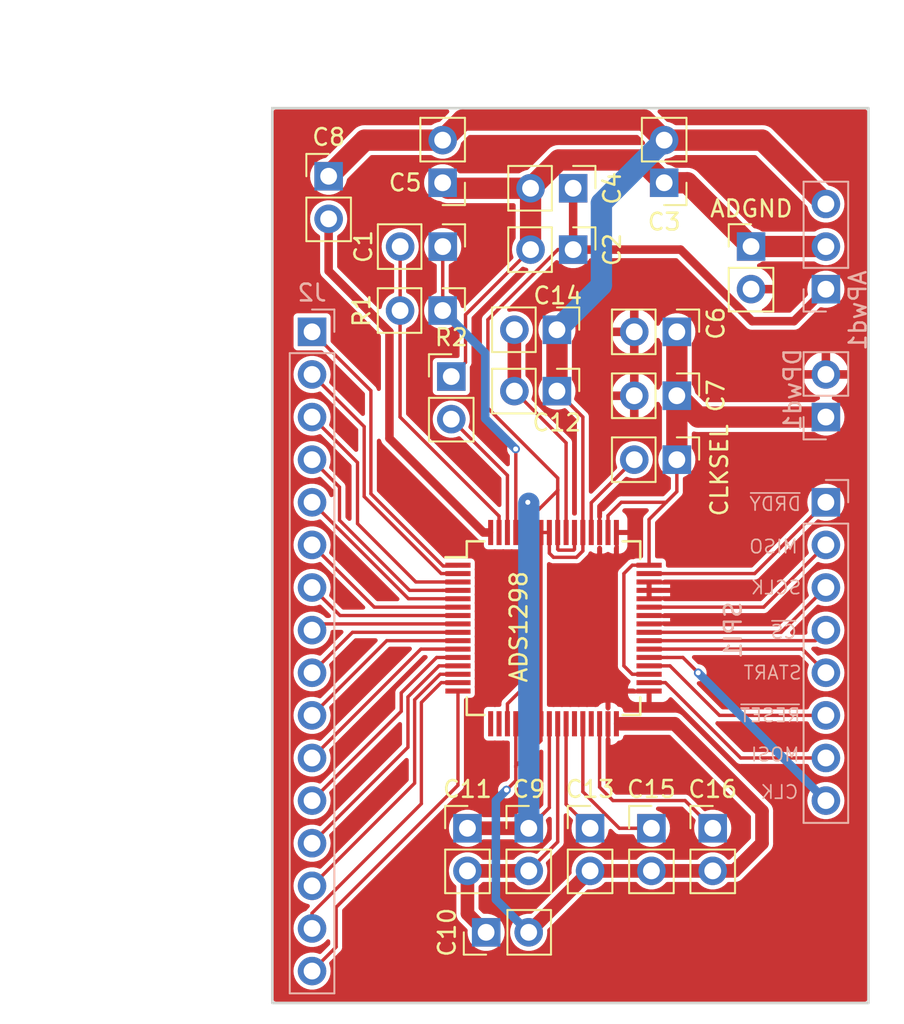
<source format=kicad_pcb>
(kicad_pcb (version 20221018) (generator pcbnew)
  (layers (0 "F.Cu" signal) (31 "B.Cu" signal) (34 "B.Paste" user) (35 "F.Paste" user) (36 "B.SilkS" user "B.Silkscreen") (37 "F.SilkS" user "F.Silkscreen") (38 "B.Mask" user) (39 "F.Mask" user) (44 "Edge.Cuts" user))
  (net 0 "")
  (net 1 "/IN8N")
  (net 2 "/IN8P")
  (net 3 "/IN7N")
  (net 4 "/IN7P")
  (net 5 "/IN6N")
  (net 6 "/IN6P")
  (net 7 "/IN5N")
  (net 8 "/IN5P")
  (net 9 "/IN4N")
  (net 10 "/IN4P")
  (net 11 "/IN3N")
  (net 12 "/IN3P")
  (net 13 "/IN2N")
  (net 14 "/IN2P")
  (net 15 "/IN1N")
  (net 16 "/IN1P")
  (net 17 "/ADS1298/TESTP_PACE_OUT1")
  (net 18 "/ADS1298/TESTN_PACE_OUT2")
  (net 19 "/AVDD")
  (net 20 "/AVSS")
  (net 21 "/ADS1298/RLDREF")
  (net 22 "Net-(ADS1-Pad25)")
  (net 23 "Net-(ADS1-Pad26)")
  (net 24 "Net-(ADS1-Pad27)")
  (net 25 "Net-(ADS1-Pad28)")
  (net 26 "Net-(ADS1-Pad29)")
  (net 27 "Net-(ADS1-Pad30)")
  (net 28 "/DGND")
  (net 29 "/MOSI")
  (net 30 "/DVDD")
  (net 31 "/~{RESET}")
  (net 32 "/CLK")
  (net 33 "/START")
  (net 34 "/~{CS}")
  (net 35 "/SPI_CLK")
  (net 36 "/MISO")
  (net 37 "/~{DRDY}")
  (net 38 "/CLKSEL")
  (net 39 "Net-(ADS1-Pad55)")
  (net 40 "/ADS1298/RLDINV")
  (net 41 "/ADS1298/RLDIN")
  (net 42 "/RDLout")
  (net 43 "Net-(ADS1-Pad64)")
  (net 44 "/AGND")
  (footprint "Housings_QFP:TQFP-64_10x10mm_Pitch0.5mm" (layer "F.Cu") (at 118.3736 111.6396)
    (fp_text reference "ADS1298" (at -2.076 -0.082 90) (layer "F.SilkS"))
    (fp_text value "ADS1298")
    (pad "1" smd rect (at -5.7 -3.75) (size 1.5 0.3) (layers "F.Cu" "F.Paste" "F.Mask") (net 1 "/IN8N"))
    (pad "2" smd rect (at -5.7 -3.25) (size 1.5 0.3) (layers "F.Cu" "F.Paste" "F.Mask") (net 2 "/IN8P"))
    (pad "3" smd rect (at -5.7 -2.75) (size 1.5 0.3) (layers "F.Cu" "F.Paste" "F.Mask") (net 3 "/IN7N"))
    (pad "4" smd rect (at -5.7 -2.25) (size 1.5 0.3) (layers "F.Cu" "F.Paste" "F.Mask") (net 4 "/IN7P"))
    (pad "5" smd rect (at -5.7 -1.75) (size 1.5 0.3) (layers "F.Cu" "F.Paste" "F.Mask") (net 5 "/IN6N"))
    (pad "6" smd rect (at -5.7 -1.25) (size 1.5 0.3) (layers "F.Cu" "F.Paste" "F.Mask") (net 6 "/IN6P"))
    (pad "7" smd rect (at -5.7 -0.75) (size 1.5 0.3) (layers "F.Cu" "F.Paste" "F.Mask") (net 7 "/IN5N"))
    (pad "8" smd rect (at -5.7 -0.25) (size 1.5 0.3) (layers "F.Cu" "F.Paste" "F.Mask") (net 8 "/IN5P"))
    (pad "9" smd rect (at -5.7 0.25) (size 1.5 0.3) (layers "F.Cu" "F.Paste" "F.Mask") (net 9 "/IN4N"))
    (pad "10" smd rect (at -5.7 0.75) (size 1.5 0.3) (layers "F.Cu" "F.Paste" "F.Mask") (net 10 "/IN4P"))
    (pad "11" smd rect (at -5.7 1.25) (size 1.5 0.3) (layers "F.Cu" "F.Paste" "F.Mask") (net 11 "/IN3N"))
    (pad "12" smd rect (at -5.7 1.75) (size 1.5 0.3) (layers "F.Cu" "F.Paste" "F.Mask") (net 12 "/IN3P"))
    (pad "13" smd rect (at -5.7 2.25) (size 1.5 0.3) (layers "F.Cu" "F.Paste" "F.Mask") (net 13 "/IN2N"))
    (pad "14" smd rect (at -5.7 2.75) (size 1.5 0.3) (layers "F.Cu" "F.Paste" "F.Mask") (net 14 "/IN2P"))
    (pad "15" smd rect (at -5.7 3.25) (size 1.5 0.3) (layers "F.Cu" "F.Paste" "F.Mask") (net 15 "/IN1N"))
    (pad "16" smd rect (at -5.7 3.75) (size 1.5 0.3) (layers "F.Cu" "F.Paste" "F.Mask") (net 16 "/IN1P"))
    (pad "17" smd rect (at -3.75 5.7 90) (size 1.5 0.3) (layers "F.Cu" "F.Paste" "F.Mask") (net 17 "/ADS1298/TESTP_PACE_OUT1"))
    (pad "18" smd rect (at -3.25 5.7 90) (size 1.5 0.3) (layers "F.Cu" "F.Paste" "F.Mask") (net 18 "/ADS1298/TESTN_PACE_OUT2"))
    (pad "19" smd rect (at -2.75 5.7 90) (size 1.5 0.3) (layers "F.Cu" "F.Paste" "F.Mask") (net 19 "/AVDD"))
    (pad "20" smd rect (at -2.25 5.7 90) (size 1.5 0.3) (layers "F.Cu" "F.Paste" "F.Mask") (net 20 "/AVSS"))
    (pad "21" smd rect (at -1.75 5.7 90) (size 1.5 0.3) (layers "F.Cu" "F.Paste" "F.Mask") (net 19 "/AVDD"))
    (pad "22" smd rect (at -1.25 5.7 90) (size 1.5 0.3) (layers "F.Cu" "F.Paste" "F.Mask") (net 19 "/AVDD"))
    (pad "23" smd rect (at -0.75 5.7 90) (size 1.5 0.3) (layers "F.Cu" "F.Paste" "F.Mask") (net 20 "/AVSS"))
    (pad "24" smd rect (at -0.25 5.7 90) (size 1.5 0.3) (layers "F.Cu" "F.Paste" "F.Mask") (net 21 "/ADS1298/RLDREF"))
    (pad "25" smd rect (at 0.25 5.7 90) (size 1.5 0.3) (layers "F.Cu" "F.Paste" "F.Mask") (net 22 "Net-(ADS1-Pad25)"))
    (pad "26" smd rect (at 0.75 5.7 90) (size 1.5 0.3) (layers "F.Cu" "F.Paste" "F.Mask") (net 23 "Net-(ADS1-Pad26)"))
    (pad "27" smd rect (at 1.25 5.7 90) (size 1.5 0.3) (layers "F.Cu" "F.Paste" "F.Mask") (net 24 "Net-(ADS1-Pad27)"))
    (pad "28" smd rect (at 1.75 5.7 90) (size 1.5 0.3) (layers "F.Cu" "F.Paste" "F.Mask") (net 25 "Net-(ADS1-Pad28)"))
    (pad "29" smd rect (at 2.25 5.7 90) (size 1.5 0.3) (layers "F.Cu" "F.Paste" "F.Mask") (net 26 "Net-(ADS1-Pad29)"))
    (pad "30" smd rect (at 2.75 5.7 90) (size 1.5 0.3) (layers "F.Cu" "F.Paste" "F.Mask") (net 27 "Net-(ADS1-Pad30)"))
    (pad "31" smd rect (at 3.25 5.7 90) (size 1.5 0.3) (layers "F.Cu" "F.Paste" "F.Mask") (net 28 "/DGND"))
    (pad "32" smd rect (at 3.75 5.7 90) (size 1.5 0.3) (layers "F.Cu" "F.Paste" "F.Mask") (net 20 "/AVSS"))
    (pad "33" smd rect (at 5.7 3.75) (size 1.5 0.3) (layers "F.Cu" "F.Paste" "F.Mask") (net 28 "/DGND"))
    (pad "34" smd rect (at 5.7 3.25) (size 1.5 0.3) (layers "F.Cu" "F.Paste" "F.Mask") (net 29 "/MOSI"))
    (pad "35" smd rect (at 5.7 2.75) (size 1.5 0.3) (layers "F.Cu" "F.Paste" "F.Mask") (net 30 "/DVDD"))
    (pad "36" smd rect (at 5.7 2.25) (size 1.5 0.3) (layers "F.Cu" "F.Paste" "F.Mask") (net 31 "/~{RESET}"))
    (pad "37" smd rect (at 5.7 1.75) (size 1.5 0.3) (layers "F.Cu" "F.Paste" "F.Mask") (net 32 "/CLK"))
    (pad "38" smd rect (at 5.7 1.25) (size 1.5 0.3) (layers "F.Cu" "F.Paste" "F.Mask") (net 33 "/START"))
    (pad "39" smd rect (at 5.7 0.75) (size 1.5 0.3) (layers "F.Cu" "F.Paste" "F.Mask") (net 34 "/~{CS}"))
    (pad "40" smd rect (at 5.7 0.25) (size 1.5 0.3) (layers "F.Cu" "F.Paste" "F.Mask") (net 35 "/SPI_CLK"))
    (pad "41" smd rect (at 5.7 -0.25) (size 1.5 0.3) (layers "F.Cu" "F.Paste" "F.Mask") (net 28 "/DGND"))
    (pad "42" smd rect (at 5.7 -0.75) (size 1.5 0.3) (layers "F.Cu" "F.Paste" "F.Mask") (net 28 "/DGND"))
    (pad "43" smd rect (at 5.7 -1.25) (size 1.5 0.3) (layers "F.Cu" "F.Paste" "F.Mask") (net 36 "/MISO"))
    (pad "44" smd rect (at 5.7 -1.75) (size 1.5 0.3) (layers "F.Cu" "F.Paste" "F.Mask") (net 28 "/DGND"))
    (pad "45" smd rect (at 5.7 -2.25) (size 1.5 0.3) (layers "F.Cu" "F.Paste" "F.Mask") (net 28 "/DGND"))
    (pad "46" smd rect (at 5.7 -2.75) (size 1.5 0.3) (layers "F.Cu" "F.Paste" "F.Mask") (net 28 "/DGND"))
    (pad "47" smd rect (at 5.7 -3.25) (size 1.5 0.3) (layers "F.Cu" "F.Paste" "F.Mask") (net 37 "/~{DRDY}"))
    (pad "48" smd rect (at 5.7 -3.75) (size 1.5 0.3) (layers "F.Cu" "F.Paste" "F.Mask") (net 30 "/DVDD"))
    (pad "49" smd rect (at 3.75 -5.7 90) (size 1.5 0.3) (layers "F.Cu" "F.Paste" "F.Mask") (net 28 "/DGND"))
    (pad "50" smd rect (at 3.25 -5.7 90) (size 1.5 0.3) (layers "F.Cu" "F.Paste" "F.Mask") (net 30 "/DVDD"))
    (pad "51" smd rect (at 2.75 -5.7 90) (size 1.5 0.3) (layers "F.Cu" "F.Paste" "F.Mask") (net 28 "/DGND"))
    (pad "52" smd rect (at 2.25 -5.7 90) (size 1.5 0.3) (layers "F.Cu" "F.Paste" "F.Mask") (net 38 "/CLKSEL"))
    (pad "53" smd rect (at 1.75 -5.7 90) (size 1.5 0.3) (layers "F.Cu" "F.Paste" "F.Mask") (net 20 "/AVSS"))
    (pad "54" smd rect (at 1.25 -5.7 90) (size 1.5 0.3) (layers "F.Cu" "F.Paste" "F.Mask") (net 19 "/AVDD"))
    (pad "55" smd rect (at 0.75 -5.7 90) (size 1.5 0.3) (layers "F.Cu" "F.Paste" "F.Mask") (net 39 "Net-(ADS1-Pad55)"))
    (pad "56" smd rect (at 0.25 -5.7 90) (size 1.5 0.3) (layers "F.Cu" "F.Paste" "F.Mask") (net 19 "/AVDD"))
    (pad "57" smd rect (at -0.25 -5.7 90) (size 1.5 0.3) (layers "F.Cu" "F.Paste" "F.Mask") (net 20 "/AVSS"))
    (pad "58" smd rect (at -0.75 -5.7 90) (size 1.5 0.3) (layers "F.Cu" "F.Paste" "F.Mask") (net 20 "/AVSS"))
    (pad "59" smd rect (at -1.25 -5.7 90) (size 1.5 0.3) (layers "F.Cu" "F.Paste" "F.Mask") (net 19 "/AVDD"))
    (pad "60" smd rect (at -1.75 -5.7 90) (size 1.5 0.3) (layers "F.Cu" "F.Paste" "F.Mask") (net 21 "/ADS1298/RLDREF"))
    (pad "61" smd rect (at -2.25 -5.7 90) (size 1.5 0.3) (layers "F.Cu" "F.Paste" "F.Mask") (net 40 "/ADS1298/RLDINV"))
    (pad "62" smd rect (at -2.75 -5.7 90) (size 1.5 0.3) (layers "F.Cu" "F.Paste" "F.Mask") (net 41 "/ADS1298/RLDIN"))
    (pad "63" smd rect (at -3.25 -5.7 90) (size 1.5 0.3) (layers "F.Cu" "F.Paste" "F.Mask") (net 42 "/RDLout"))
    (pad "64" smd rect (at -3.75 -5.7 90) (size 1.5 0.3) (layers "F.Cu" "F.Paste" "F.Mask") (net 43 "Net-(ADS1-Pad64)"))
  )
  (footprint "Connector_PinHeader_2.54mm:PinHeader_1x02_P2.54mm_Vertical" (layer "F.Cu") (at 111.765 88.9 -90)
    (fp_text reference "C1" (at 0 4.7294 -270) (layer "F.SilkS"))
    (fp_text value "1nf")
    (pad "1" thru_hole rect (at 0 0 270) (size 1.7 1.7) (drill 1) (layers "*.Cu" "*.Mask") (net 40 "/ADS1298/RLDINV"))
    (pad "2" thru_hole oval (at 0 2.54 270) (size 1.7 1.7) (drill 1) (layers "*.Cu" "*.Mask") (net 42 "/RDLout"))
  )
  (footprint "Connector_PinHeader_2.54mm:PinHeader_1x02_P2.54mm_Vertical" (layer "F.Cu") (at 119.5438 89.0804 -90)
    (fp_text reference "C2" (at 0 -2.33 90) (layer "F.SilkS"))
    (fp_text value "1uF")
    (pad "1" thru_hole rect (at 0 0 270) (size 1.7 1.7) (drill 1) (layers "*.Cu" "*.Mask") (net 19 "/AVDD"))
    (pad "2" thru_hole oval (at 0 2.54 270) (size 1.7 1.7) (drill 1) (layers "*.Cu" "*.Mask") (net 44 "/AGND"))
  )
  (footprint "Connector_PinHeader_2.54mm:PinHeader_1x02_P2.54mm_Vertical" (layer "F.Cu") (at 124.9744 85.095 180)
    (fp_text reference "C3" (at 0 -2.33) (layer "F.SilkS"))
    (fp_text value "1uF")
    (pad "1" thru_hole rect (at 0 0 180) (size 1.7 1.7) (drill 1) (layers "*.Cu" "*.Mask") (net 44 "/AGND"))
    (pad "2" thru_hole oval (at 0 2.54 180) (size 1.7 1.7) (drill 1) (layers "*.Cu" "*.Mask") (net 20 "/AVSS"))
  )
  (footprint "Connector_PinHeader_2.54mm:PinHeader_1x02_P2.54mm_Vertical" (layer "F.Cu") (at 119.5438 85.4228 -90)
    (fp_text reference "C4" (at 0 -2.33 90) (layer "F.SilkS"))
    (fp_text value "0.1uF")
    (pad "1" thru_hole rect (at 0 0 270) (size 1.7 1.7) (drill 1) (layers "*.Cu" "*.Mask") (net 19 "/AVDD"))
    (pad "2" thru_hole oval (at 0 2.54 270) (size 1.7 1.7) (drill 1) (layers "*.Cu" "*.Mask") (net 44 "/AGND"))
  )
  (footprint "Connector_PinHeader_2.54mm:PinHeader_1x02_P2.54mm_Vertical" (layer "F.Cu") (at 111.76 85.095 180)
    (fp_text reference "C5" (at 2.2352 0.005) (layer "F.SilkS"))
    (fp_text value "0.1uF")
    (pad "1" thru_hole rect (at 0 0 180) (size 1.7 1.7) (drill 1) (layers "*.Cu" "*.Mask") (net 44 "/AGND"))
    (pad "2" thru_hole oval (at 0 2.54 180) (size 1.7 1.7) (drill 1) (layers "*.Cu" "*.Mask") (net 20 "/AVSS"))
  )
  (footprint "Connector_PinHeader_2.54mm:PinHeader_1x02_P2.54mm_Vertical" (layer "F.Cu") (at 125.73 93.98 -90)
    (fp_text reference "C6" (at -0.508 -2.33 90) (layer "F.SilkS"))
    (fp_text value "1uF")
    (pad "1" thru_hole rect (at 0 0 270) (size 1.7 1.7) (drill 1) (layers "*.Cu" "*.Mask") (net 30 "/DVDD"))
    (pad "2" thru_hole oval (at 0 2.54 270) (size 1.7 1.7) (drill 1) (layers "*.Cu" "*.Mask") (net 28 "/DGND"))
  )
  (footprint "Connector_PinHeader_2.54mm:PinHeader_1x02_P2.54mm_Vertical" (layer "F.Cu") (at 125.73 97.79 -90)
    (fp_text reference "C7" (at 0 -2.33 90) (layer "F.SilkS"))
    (fp_text value "0.1uF")
    (pad "1" thru_hole rect (at 0 0 270) (size 1.7 1.7) (drill 1) (layers "*.Cu" "*.Mask") (net 30 "/DVDD"))
    (pad "2" thru_hole oval (at 0 2.54 270) (size 1.7 1.7) (drill 1) (layers "*.Cu" "*.Mask") (net 28 "/DGND"))
  )
  (footprint "Connector_PinHeader_2.54mm:PinHeader_1x02_P2.54mm_Vertical" (layer "F.Cu") (at 104.9592 84.7066)
    (fp_text reference "C8" (at 0 -2.33) (layer "F.SilkS"))
    (fp_text value "100pf")
    (pad "1" thru_hole rect (at 0 0) (size 1.7 1.7) (drill 1) (layers "*.Cu" "*.Mask") (net 20 "/AVSS"))
    (pad "2" thru_hole oval (at 0 2.54) (size 1.7 1.7) (drill 1) (layers "*.Cu" "*.Mask") (net 43 "Net-(ADS1-Pad64)"))
  )
  (footprint "Connector_PinHeader_2.54mm:PinHeader_1x02_P2.54mm_Vertical" (layer "F.Cu") (at 116.8972 123.5686)
    (fp_text reference "C9" (at 0 -2.33) (layer "F.SilkS"))
    (fp_text value "0.1uF")
    (pad "1" thru_hole rect (at 0 0) (size 1.7 1.7) (drill 1) (layers "*.Cu" "*.Mask") (net 21 "/ADS1298/RLDREF"))
    (pad "2" thru_hole oval (at 0 2.54) (size 1.7 1.7) (drill 1) (layers "*.Cu" "*.Mask") (net 22 "Net-(ADS1-Pad25)"))
  )
  (footprint "Connector_PinHeader_2.54mm:PinHeader_1x02_P2.54mm_Vertical" (layer "F.Cu") (at 114.3522 129.7712 90)
    (fp_text reference "C10" (at 0 -2.33 90) (layer "F.SilkS"))
    (fp_text value "1uF")
    (pad "1" thru_hole rect (at 0 0 90) (size 1.7 1.7) (drill 1) (layers "*.Cu" "*.Mask") (net 22 "Net-(ADS1-Pad25)"))
    (pad "2" thru_hole oval (at 0 2.54 90) (size 1.7 1.7) (drill 1) (layers "*.Cu" "*.Mask") (net 20 "/AVSS"))
  )
  (footprint "Connector_PinHeader_2.54mm:PinHeader_1x02_P2.54mm_Vertical" (layer "F.Cu") (at 113.2396 123.5686)
    (fp_text reference "C11" (at 0 -2.33) (layer "F.SilkS"))
    (fp_text value "10uF")
    (pad "1" thru_hole rect (at 0 0) (size 1.7 1.7) (drill 1) (layers "*.Cu" "*.Mask") (net 21 "/ADS1298/RLDREF"))
    (pad "2" thru_hole oval (at 0 2.54) (size 1.7 1.7) (drill 1) (layers "*.Cu" "*.Mask") (net 22 "Net-(ADS1-Pad25)"))
  )
  (footprint "Connector_PinHeader_2.54mm:PinHeader_1x02_P2.54mm_Vertical" (layer "F.Cu") (at 118.5786 97.5132 -90)
    (fp_text reference "C12" (at 1.8796 0.005 180) (layer "F.SilkS"))
    (fp_text value "1uF")
    (pad "1" thru_hole rect (at 0 0 270) (size 1.7 1.7) (drill 1) (layers "*.Cu" "*.Mask") (net 20 "/AVSS"))
    (pad "2" thru_hole oval (at 0 2.54 270) (size 1.7 1.7) (drill 1) (layers "*.Cu" "*.Mask") (net 39 "Net-(ADS1-Pad55)"))
  )
  (footprint "Connector_PinHeader_2.54mm:PinHeader_1x02_P2.54mm_Vertical" (layer "F.Cu") (at 120.5548 123.5686)
    (fp_text reference "C13" (at 0 -2.33) (layer "F.SilkS"))
    (fp_text value "1uF")
    (pad "1" thru_hole rect (at 0 0) (size 1.7 1.7) (drill 1) (layers "*.Cu" "*.Mask") (net 23 "Net-(ADS1-Pad26)"))
    (pad "2" thru_hole oval (at 0 2.54) (size 1.7 1.7) (drill 1) (layers "*.Cu" "*.Mask") (net 20 "/AVSS"))
  )
  (footprint "Connector_PinHeader_2.54mm:PinHeader_1x02_P2.54mm_Vertical" (layer "F.Cu") (at 118.5786 93.8556 -90)
    (fp_text reference "C14" (at -2.032 -0.0458 180) (layer "F.SilkS"))
    (fp_text value "0.1uF")
    (pad "1" thru_hole rect (at 0 0 270) (size 1.7 1.7) (drill 1) (layers "*.Cu" "*.Mask") (net 20 "/AVSS"))
    (pad "2" thru_hole oval (at 0 2.54 270) (size 1.7 1.7) (drill 1) (layers "*.Cu" "*.Mask") (net 39 "Net-(ADS1-Pad55)"))
  )
  (footprint "Connector_PinHeader_2.54mm:PinHeader_1x02_P2.54mm_Vertical" (layer "F.Cu") (at 124.2124 123.5686)
    (fp_text reference "C15" (at 0 -2.33) (layer "F.SilkS"))
    (fp_text value "22uF")
    (pad "1" thru_hole rect (at 0 0) (size 1.7 1.7) (drill 1) (layers "*.Cu" "*.Mask") (net 25 "Net-(ADS1-Pad28)"))
    (pad "2" thru_hole oval (at 0 2.54) (size 1.7 1.7) (drill 1) (layers "*.Cu" "*.Mask") (net 20 "/AVSS"))
  )
  (footprint "Connector_PinHeader_2.54mm:PinHeader_1x02_P2.54mm_Vertical" (layer "F.Cu") (at 127.87 123.5686)
    (fp_text reference "C16" (at 0 -2.33) (layer "F.SilkS"))
    (fp_text value "1uF")
    (pad "1" thru_hole rect (at 0 0) (size 1.7 1.7) (drill 1) (layers "*.Cu" "*.Mask") (net 27 "Net-(ADS1-Pad30)"))
    (pad "2" thru_hole oval (at 0 2.54) (size 1.7 1.7) (drill 1) (layers "*.Cu" "*.Mask") (net 20 "/AVSS"))
  )
  (footprint "Connector_PinHeader_2.54mm:PinHeader_1x02_P2.54mm_Vertical" (layer "F.Cu") (at 125.73 101.6 -90)
    (fp_text reference "CLKSEL" (at 0.635 -2.54 90) (layer "F.SilkS"))
    (fp_text value "Jumper_NO_Small")
    (pad "1" thru_hole rect (at 0 0 270) (size 1.7 1.7) (drill 1) (layers "*.Cu" "*.Mask") (net 30 "/DVDD"))
    (pad "2" thru_hole oval (at 0 2.54 270) (size 1.7 1.7) (drill 1) (layers "*.Cu" "*.Mask") (net 38 "/CLKSEL"))
  )
  (footprint "Connector_PinHeader_2.54mm:PinHeader_1x02_P2.54mm_Vertical" (layer "F.Cu") (at 130.156 88.895)
    (fp_text reference "ADGND" (at 0.019 -2.2582) (layer "F.SilkS"))
    (fp_text value "Jumper_NO_Small")
    (pad "1" thru_hole rect (at 0 0) (size 1.7 1.7) (drill 1) (layers "*.Cu" "*.Mask") (net 44 "/AGND"))
    (pad "2" thru_hole oval (at 0 2.54) (size 1.7 1.7) (drill 1) (layers "*.Cu" "*.Mask") (net 28 "/DGND"))
  )
  (footprint "Connector_PinHeader_2.54mm:PinHeader_1x02_P2.54mm_Vertical" (layer "F.Cu") (at 111.76 92.71 -90)
    (fp_text reference "R1" (at 0 4.831 -270) (layer "F.SilkS"))
    (fp_text value "1M")
    (pad "1" thru_hole rect (at 0 0 270) (size 1.7 1.7) (drill 1) (layers "*.Cu" "*.Mask") (net 40 "/ADS1298/RLDINV"))
    (pad "2" thru_hole oval (at 0 2.54 270) (size 1.7 1.7) (drill 1) (layers "*.Cu" "*.Mask") (net 42 "/RDLout"))
  )
  (footprint "Connector_PinHeader_2.54mm:PinHeader_1x02_P2.54mm_Vertical" (layer "F.Cu") (at 112.2744 96.6446)
    (fp_text reference "R2" (at 0 -2.33) (layer "F.SilkS"))
    (fp_text value "1M")
    (pad "1" thru_hole rect (at 0 0) (size 1.7 1.7) (drill 1) (layers "*.Cu" "*.Mask") (net 44 "/AGND"))
    (pad "2" thru_hole oval (at 0 2.54) (size 1.7 1.7) (drill 1) (layers "*.Cu" "*.Mask") (net 41 "/ADS1298/RLDIN"))
  )
  (footprint "Connector_PinHeader_2.54mm:PinHeader_1x03_P2.54mm_Vertical" (layer "B.Cu") (at 134.62 91.44)
    (fp_text reference "APwd1" (at 1.905 1.27 90) (layer "B.SilkS") (effects (justify mirror)))
    (fp_text value "Conn_01x03")
    (pad "1" thru_hole rect (at 0 0) (size 1.7 1.7) (drill 1) (layers "*.Cu" "*.Mask") (net 19 "/AVDD"))
    (pad "2" thru_hole oval (at 0 -2.54) (size 1.7 1.7) (drill 1) (layers "*.Cu" "*.Mask") (net 44 "/AGND"))
    (pad "3" thru_hole oval (at 0 -5.08) (size 1.7 1.7) (drill 1) (layers "*.Cu" "*.Mask") (net 20 "/AVSS"))
  )
  (footprint "Connector_PinHeader_2.54mm:PinHeader_1x02_P2.54mm_Vertical" (layer "B.Cu") (at 134.62 99.06)
    (fp_text reference "DPwd1" (at -1.9812 -1.6306 270) (layer "B.SilkS") (effects (justify mirror)))
    (fp_text value "Conn_01x02")
    (pad "1" thru_hole rect (at 0 0) (size 1.7 1.7) (drill 1) (layers "*.Cu" "*.Mask") (net 30 "/DVDD"))
    (pad "2" thru_hole oval (at 0 -2.54) (size 1.7 1.7) (drill 1) (layers "*.Cu" "*.Mask") (net 28 "/DGND"))
  )
  (footprint "Connector_PinHeader_2.54mm:PinHeader_1x08_P2.54mm_Vertical" (layer "B.Cu") (at 134.62 104.14 180)
    (fp_text reference "SPI1" (at 5.5372 -7.62 90) (layer "B.SilkS") (effects (justify mirror)))
    (fp_text value "Conn_01x08")
    (pad "1" thru_hole rect (at 0 0 180) (size 1.7 1.7) (drill 1) (layers "*.Cu" "*.Mask") (net 37 "/~{DRDY}"))
    (pad "2" thru_hole oval (at 0 -2.54 180) (size 1.7 1.7) (drill 1) (layers "*.Cu" "*.Mask") (net 36 "/MISO"))
    (pad "3" thru_hole oval (at 0 -5.08 180) (size 1.7 1.7) (drill 1) (layers "*.Cu" "*.Mask") (net 35 "/SPI_CLK"))
    (pad "4" thru_hole oval (at 0 -7.62 180) (size 1.7 1.7) (drill 1) (layers "*.Cu" "*.Mask") (net 34 "/~{CS}"))
    (pad "5" thru_hole oval (at 0 -10.16 180) (size 1.7 1.7) (drill 1) (layers "*.Cu" "*.Mask") (net 33 "/START"))
    (pad "6" thru_hole oval (at 0 -12.7 180) (size 1.7 1.7) (drill 1) (layers "*.Cu" "*.Mask") (net 31 "/~{RESET}"))
    (pad "7" thru_hole oval (at 0 -15.24 180) (size 1.7 1.7) (drill 1) (layers "*.Cu" "*.Mask") (net 29 "/MOSI"))
    (pad "8" thru_hole oval (at 0 -17.78 180) (size 1.7 1.7) (drill 1) (layers "*.Cu" "*.Mask") (net 32 "/CLK"))
  )
  (footprint "Connector_PinHeader_2.54mm:PinHeader_1x16_P2.54mm_Vertical" (layer "B.Cu") (at 103.9698 93.98 180)
    (fp_text reference "J2" (at 0 2.33) (layer "B.SilkS") (effects (justify mirror)))
    (fp_text value "Conn_01x16_Female")
    (pad "1" thru_hole rect (at 0 0 180) (size 1.7 1.7) (drill 1) (layers "*.Cu" "*.Mask") (net 1 "/IN8N"))
    (pad "2" thru_hole oval (at 0 -2.54 180) (size 1.7 1.7) (drill 1) (layers "*.Cu" "*.Mask") (net 2 "/IN8P"))
    (pad "3" thru_hole oval (at 0 -5.08 180) (size 1.7 1.7) (drill 1) (layers "*.Cu" "*.Mask") (net 3 "/IN7N"))
    (pad "4" thru_hole oval (at 0 -7.62 180) (size 1.7 1.7) (drill 1) (layers "*.Cu" "*.Mask") (net 4 "/IN7P"))
    (pad "5" thru_hole oval (at 0 -10.16 180) (size 1.7 1.7) (drill 1) (layers "*.Cu" "*.Mask") (net 5 "/IN6N"))
    (pad "6" thru_hole oval (at 0 -12.7 180) (size 1.7 1.7) (drill 1) (layers "*.Cu" "*.Mask") (net 6 "/IN6P"))
    (pad "7" thru_hole oval (at 0 -15.24 180) (size 1.7 1.7) (drill 1) (layers "*.Cu" "*.Mask") (net 7 "/IN5N"))
    (pad "8" thru_hole oval (at 0 -17.78 180) (size 1.7 1.7) (drill 1) (layers "*.Cu" "*.Mask") (net 8 "/IN5P"))
    (pad "9" thru_hole oval (at 0 -20.32 180) (size 1.7 1.7) (drill 1) (layers "*.Cu" "*.Mask") (net 9 "/IN4N"))
    (pad "10" thru_hole oval (at 0 -22.86 180) (size 1.7 1.7) (drill 1) (layers "*.Cu" "*.Mask") (net 10 "/IN4P"))
    (pad "11" thru_hole oval (at 0 -25.4 180) (size 1.7 1.7) (drill 1) (layers "*.Cu" "*.Mask") (net 11 "/IN3N"))
    (pad "12" thru_hole oval (at 0 -27.94 180) (size 1.7 1.7) (drill 1) (layers "*.Cu" "*.Mask") (net 12 "/IN3P"))
    (pad "13" thru_hole oval (at 0 -30.48 180) (size 1.7 1.7) (drill 1) (layers "*.Cu" "*.Mask") (net 13 "/IN2N"))
    (pad "14" thru_hole oval (at 0 -33.02 180) (size 1.7 1.7) (drill 1) (layers "*.Cu" "*.Mask") (net 14 "/IN2P"))
    (pad "15" thru_hole oval (at 0 -35.56 180) (size 1.7 1.7) (drill 1) (layers "*.Cu" "*.Mask") (net 15 "/IN1N"))
    (pad "16" thru_hole oval (at 0 -38.1 180) (size 1.7 1.7) (drill 1) (layers "*.Cu" "*.Mask") (net 16 "/IN1P"))
  )
  (gr_rect (start 101.6 80.645) (end 137.16 133.985) (stroke (width 0.15)) (fill none) (layer "Edge.Cuts"))
  (gr_text "CLK" (at 131.8514 121.412) (layer "B.SilkS") (effects (font (size 0.8 0.8) (thickness 0.1)) (justify mirror)))
  (gr_text "MOSI" (at 131.5974 119.1768) (layer "B.SilkS") (effects (font (size 0.8 0.8) (thickness 0.1)) (justify mirror)))
  (gr_text "SCLK" (at 131.6482 109.22) (layer "B.SilkS") (effects (font (size 0.8 0.8) (thickness 0.1)) (justify mirror)))
  (gr_text "~{DRDY}" (at 131.5974 104.2416) (layer "B.SilkS") (effects (font (size 0.8 0.8) (thickness 0.1)) (justify mirror)))
  (gr_text "START" (at 131.445 114.3) (layer "B.SilkS") (effects (font (size 0.8 0.8) (thickness 0.1)) (justify mirror)))
  (gr_text "~{CS}" (at 132.1054 111.8616) (layer "B.SilkS") (effects (font (size 0.8 0.8) (thickness 0.1)) (justify mirror)))
  (gr_text "MISO" (at 131.4958 106.7816) (layer "B.SilkS") (effects (font (size 0.8 0.8) (thickness 0.1)) (justify mirror)))
  (gr_text "~{RESET}" (at 131.2926 116.84) (layer "B.SilkS") (effects (font (size 0.8 0.8) (thickness 0.1)) (justify mirror)))
  (segment (start 112.6236 107.9396) (end 112.6736 107.8896) (width 0.2) (layer "F.Cu") (net 1))
  (segment (start 107.48 97.4902) (end 107.48 103.630314) (width 0.2) (layer "F.Cu") (net 1))
  (segment (start 107.48 103.630314) (end 111.789286 107.9396) (width 0.2) (layer "F.Cu") (net 1))
  (segment (start 103.9698 93.98) (end 107.48 97.4902) (width 0.2) (layer "F.Cu") (net 1))
  (segment (start 111.789286 107.9396) (end 112.6236 107.9396) (width 0.2) (layer "F.Cu") (net 1))
  (segment (start 112.6736 108.3896) (end 111.6736 108.3896) (width 0.2) (layer "F.Cu") (net 2))
  (segment (start 111.6736 108.3896) (end 107.08 103.796) (width 0.2) (layer "F.Cu") (net 2))
  (segment (start 107.08 103.796) (end 107.08 99.6302) (width 0.2) (layer "F.Cu") (net 2))
  (segment (start 107.08 99.6302) (end 103.9698 96.52) (width 0.2) (layer "F.Cu") (net 2))
  (segment (start 106.68 101.7702) (end 103.9698 99.06) (width 0.2) (layer "F.Cu") (net 3))
  (segment (start 110.1596 108.8896) (end 106.68 105.41) (width 0.2) (layer "F.Cu") (net 3))
  (segment (start 112.6736 108.8896) (end 110.1596 108.8896) (width 0.2) (layer "F.Cu") (net 3))
  (segment (start 106.68 105.41) (end 106.68 101.7702) (width 0.2) (layer "F.Cu") (net 3))
  (segment (start 105.607743 103.237943) (end 105.607743 105.212257) (width 0.2) (layer "F.Cu") (net 4))
  (segment (start 103.9698 101.6) (end 105.607743 103.237943) (width 0.2) (layer "F.Cu") (net 4))
  (segment (start 109.785086 109.3896) (end 105.607743 105.212257) (width 0.2) (layer "F.Cu") (net 4))
  (segment (start 112.6736 109.3896) (end 111.7594 109.3896) (width 0.2) (layer "F.Cu") (net 4))
  (segment (start 111.7594 109.3896) (end 109.785086 109.3896) (width 0.2) (layer "F.Cu") (net 4))
  (segment (start 112.6736 109.8896) (end 109.7194 109.8896) (width 0.2) (layer "F.Cu") (net 5))
  (segment (start 109.7194 109.8896) (end 103.9698 104.14) (width 0.2) (layer "F.Cu") (net 5))
  (segment (start 112.6736 110.3896) (end 107.6794 110.3896) (width 0.2) (layer "F.Cu") (net 6))
  (segment (start 107.6794 110.3896) (end 103.9698 106.68) (width 0.2) (layer "F.Cu") (net 6))
  (segment (start 105.6394 110.8896) (end 103.9698 109.22) (width 0.2) (layer "F.Cu") (net 7))
  (segment (start 112.6736 110.8896) (end 105.6394 110.8896) (width 0.2) (layer "F.Cu") (net 7))
  (segment (start 112.6736 111.3896) (end 104.3402 111.3896) (width 0.2) (layer "F.Cu") (net 8))
  (segment (start 104.3402 111.3896) (end 103.9698 111.76) (width 0.2) (layer "F.Cu") (net 8))
  (segment (start 112.6736 111.8896) (end 106.3802 111.8896) (width 0.2) (layer "F.Cu") (net 9))
  (segment (start 106.3802 111.8896) (end 103.9698 114.3) (width 0.2) (layer "F.Cu") (net 9))
  (segment (start 103.9698 116.84) (end 108.4202 112.3896) (width 0.2) (layer "F.Cu") (net 10))
  (segment (start 108.4202 112.3896) (end 112.6736 112.3896) (width 0.2) (layer "F.Cu") (net 10))
  (segment (start 103.9698 119.38) (end 110.4602 112.8896) (width 0.2) (layer "F.Cu") (net 11))
  (segment (start 110.4602 112.8896) (end 112.6736 112.8896) (width 0.2) (layer "F.Cu") (net 11))
  (segment (start 111.4004 113.3896) (end 112.6736 113.3896) (width 0.2) (layer "F.Cu") (net 12))
  (segment (start 103.9698 121.92) (end 109.29 116.5998) (width 0.2) (layer "F.Cu") (net 12))
  (segment (start 109.29 115.5) (end 111.4004 113.3896) (width 0.2) (layer "F.Cu") (net 12))
  (segment (start 109.29 116.5998) (end 109.29 115.5) (width 0.2) (layer "F.Cu") (net 12))
  (segment (start 103.9698 124.46) (end 109.69 118.7398) (width 0.2) (layer "F.Cu") (net 13))
  (segment (start 109.69 115.741828) (end 111.542229 113.8896) (width 0.2) (layer "F.Cu") (net 13))
  (segment (start 111.542229 113.8896) (end 112.6736 113.8896) (width 0.2) (layer "F.Cu") (net 13))
  (segment (start 109.69 118.7398) (end 109.69 115.741828) (width 0.2) (layer "F.Cu") (net 13))
  (segment (start 103.9698 127) (end 110.09 120.8798) (width 0.2) (layer "F.Cu") (net 14))
  (segment (start 110.09 120.8798) (end 110.09 115.907514) (width 0.2) (layer "F.Cu") (net 14))
  (segment (start 111.607915 114.3896) (end 112.6736 114.3896) (width 0.2) (layer "F.Cu") (net 14))
  (segment (start 110.09 115.907514) (end 111.607915 114.3896) (width 0.2) (layer "F.Cu") (net 14))
  (segment (start 110.49 122.106146) (end 103.9698 128.626346) (width 0.2) (layer "F.Cu") (net 15))
  (segment (start 112.6736 114.8896) (end 111.6736 114.8896) (width 0.2) (layer "F.Cu") (net 15))
  (segment (start 110.49 116.0732) (end 110.49 122.106146) (width 0.2) (layer "F.Cu") (net 15))
  (segment (start 103.9698 128.626346) (end 103.9698 129.54) (width 0.2) (layer "F.Cu") (net 15))
  (segment (start 111.6736 114.8896) (end 110.49 116.0732) (width 0.2) (layer "F.Cu") (net 15))
  (segment (start 103.9698 132.08) (end 105.41 130.6398) (width 0.2) (layer "F.Cu") (net 16))
  (segment (start 105.41 130.6398) (end 105.41 128.27) (width 0.2) (layer "F.Cu") (net 16))
  (segment (start 105.41 128.27) (end 112.6736 121.0064) (width 0.2) (layer "F.Cu") (net 16))
  (segment (start 112.6736 121.0064) (end 112.6736 115.3896) (width 0.2) (layer "F.Cu") (net 16))
  (segment (start 119.5438 89.0804) (end 125.957265 89.0804) (width 0.508) (layer "F.Cu") (net 19))
  (segment (start 132.715 93.345) (end 134.62 91.44) (width 0.508) (layer "F.Cu") (net 19))
  (segment (start 130.221865 93.345) (end 132.715 93.345) (width 0.508) (layer "F.Cu") (net 19))
  (segment (start 119.6236 105.9396) (end 119.6236 106.9428) (width 0.2032) (layer "F.Cu") (net 19))
  (segment (start 117.1236 104.9364) (end 118.6236 103.4364) (width 0.2032) (layer "F.Cu") (net 19))
  (segment (start 114.4588 93.254009) (end 118.632409 89.0804) (width 0.2032) (layer "F.Cu") (net 19))
  (segment (start 119.5438 85.4228) (end 119.5438 89.0804) (width 0.508) (layer "F.Cu") (net 19))
  (segment (start 116.6236 117.3396) (end 117.1236 117.3396) (width 0.2032) (layer "F.Cu") (net 19))
  (segment (start 118.6236 103.4364) (end 118.6236 103.3836) (width 0.2032) (layer "F.Cu") (net 19))
  (segment (start 118.6236 103.3836) (end 118.6236 102.694) (width 0.2032) (layer "F.Cu") (net 19))
  (segment (start 118.6236 105.9396) (end 118.6236 103.3836) (width 0.2032) (layer "F.Cu") (net 19))
  (segment (start 115.6236 117.3396) (end 115.6236 116.1514) (width 0.2032) (layer "F.Cu") (net 19))
  (segment (start 119.5752 106.9912) (end 118.672 106.9912) (width 0.2032) (layer "F.Cu") (net 19))
  (segment (start 114.4588 98.5292) (end 114.4588 93.254009) (width 0.2032) (layer "F.Cu") (net 19))
  (segment (start 118.672 106.9912) (end 118.6236 106.9428) (width 0.2032) (layer "F.Cu") (net 19))
  (segment (start 119.6236 106.9428) (end 119.5752 106.9912) (width 0.2032) (layer "F.Cu") (net 19))
  (segment (start 117.1236 117.3396) (end 117.1236 114.6514) (width 0.2032) (layer "F.Cu") (net 19))
  (segment (start 117.1236 114.6514) (end 117.1236 105.9396) (width 0.2032) (layer "F.Cu") (net 19))
  (segment (start 118.6236 102.694) (end 114.4588 98.5292) (width 0.2032) (layer "F.Cu") (net 19))
  (segment (start 118.6236 106.9428) (end 118.6236 105.9396) (width 0.2032) (layer "F.Cu") (net 19))
  (segment (start 125.957265 89.0804) (end 130.221865 93.345) (width 0.508) (layer "F.Cu") (net 19))
  (segment (start 115.6236 116.1514) (end 117.1236 114.6514) (width 0.2032) (layer "F.Cu") (net 19))
  (segment (start 117.1236 105.9396) (end 117.1236 104.9364) (width 0.2032) (layer "F.Cu") (net 19))
  (segment (start 118.632409 89.0804) (end 119.5438 89.0804) (width 0.2032) (layer "F.Cu") (net 19))
  (segment (start 116.1236 119.9336) (end 116.1236 117.3396) (width 0.2032) (layer "F.Cu") (net 20))
  (segment (start 115.57 121.285) (end 116.1236 120.7314) (width 0.2032) (layer "F.Cu") (net 20))
  (segment (start 125.5946 117.3396) (end 122.38 117.3396) (width 0.8128) (layer "F.Cu") (net 20))
  (segment (start 134.62 86.36) (end 130.815 82.555) (width 1.27) (layer "F.Cu") (net 20))
  (segment (start 112.96 81.355) (end 111.76 82.555) (width 1.27) (layer "F.Cu") (net 20))
  (segment (start 129.1614 126.1086) (end 130.81 124.46) (width 0.8128) (layer "F.Cu") (net 20))
  (segment (start 107.1108 82.555) (end 104.9592 84.7066) (width 1.27) (layer "F.Cu") (net 20))
  (segment (start 117.6236 117.3396) (end 117.6236 105.9396) (width 0.2032) (layer "F.Cu") (net 20))
  (segment (start 118.3704 107.4192) (end 119.744 107.4192) (width 0.2032) (layer "F.Cu") (net 20))
  (segment (start 130.815 82.555) (end 124.9744 82.555) (width 1.27) (layer "F.Cu") (net 20))
  (segment (start 111.76 82.555) (end 107.1108 82.555) (width 1.27) (layer "F.Cu") (net 20))
  (segment (start 124.2124 126.1086) (end 127.87 126.1086) (width 0.8128) (layer "F.Cu") (net 20))
  (segment (start 116.8922 129.7712) (end 120.5548 126.1086) (width 0.8128) (layer "F.Cu") (net 20))
  (segment (start 120.1236 105.9396) (end 120.1236 99.0582) (width 0.2032) (layer "F.Cu") (net 20))
  (segment (start 124.2124 126.1086) (end 120.5548 126.1086) (width 0.8128) (layer "F.Cu") (net 20))
  (segment (start 116.1236 120.7314) (end 116.1236 119.9336) (width 0.2032) (layer "F.Cu") (net 20))
  (segment (start 118.5786 93.8556) (end 118.5786 97.5132) (width 1.27) (layer "F.Cu") (net 20))
  (segment (start 118.1236 105.9396) (end 118.1236 107.1724) (width 0.2032) (layer "F.Cu") (net 20))
  (segment (start 116.1236 119.8428) (end 116.1236 119.9336) (width 0.2032) (layer "F.Cu") (net 20))
  (segment (start 127.87 126.1086) (end 129.1614 126.1086) (width 0.8128) (layer "F.Cu") (net 20))
  (segment (start 130.81 124.46) (end 130.81 122.555) (width 0.8128) (layer "F.Cu") (net 20))
  (segment (start 117.6236 118.3428) (end 116.1236 119.8428) (width 0.2032) (layer "F.Cu") (net 20))
  (segment (start 120.1236 107.0396) (end 120.1236 105.9396) (width 0.2032) (layer "F.Cu") (net 20))
  (segment (start 119.744 107.4192) (end 120.1236 107.0396) (width 0.2032) (layer "F.Cu") (net 20))
  (segment (start 120.1236 99.0582) (end 118.5786 97.5132) (width 0.2032) (layer "F.Cu") (net 20))
  (segment (start 118.1236 107.1724) (end 118.3704 107.4192) (width 0.2032) (layer "F.Cu") (net 20))
  (segment (start 117.6236 117.3396) (end 117.6236 118.3428) (width 0.2032) (layer "F.Cu") (net 20))
  (segment (start 118.1236 105.9396) (end 117.6236 105.9396) (width 0.2032) (layer "F.Cu") (net 20))
  (segment (start 123.7744 81.355) (end 112.96 81.355) (width 1.27) (layer "F.Cu") (net 20))
  (segment (start 124.9744 82.555) (end 123.7744 81.355) (width 1.27) (layer "F.Cu") (net 20))
  (segment (start 130.81 122.555) (end 125.5946 117.3396) (width 0.8128) (layer "F.Cu") (net 20))
  (via (at 115.57 121.285) (size 0.5) (drill 0.3) (layers "F.Cu" "B.Cu") (net 20))
  (segment (start 121.2288 86.3006) (end 124.9744 82.555) (width 1.27) (layer "B.Cu") (net 20))
  (segment (start 118.5786 93.8556) (end 121.2288 91.2054) (width 1.27) (layer "B.Cu") (net 20))
  (segment (start 114.935 121.92) (end 115.57 121.285) (width 0.508) (layer "B.Cu") (net 20))
  (segment (start 121.2288 91.2054) (end 121.2288 86.3006) (width 1.27) (layer "B.Cu") (net 20))
  (segment (start 116.8922 129.7712) (end 114.935 127.814) (width 0.508) (layer "B.Cu") (net 20))
  (segment (start 114.935 127.814) (end 114.935 121.92) (width 0.508) (layer "B.Cu") (net 20))
  (segment (start 116.8972 123.5686) (end 113.2396 123.5686) (width 0.8128) (layer "F.Cu") (net 21))
  (segment (start 116.6236 105.9396) (end 116.6236 104.3564) (width 0.2032) (layer "F.Cu") (net 21))
  (segment (start 118.1236 117.3396) (end 118.1236 122.3422) (width 0.2032) (layer "F.Cu") (net 21))
  (segment (start 116.6236 104.3564) (end 116.84 104.14) (width 0.2032) (layer "F.Cu") (net 21))
  (segment (start 118.1236 122.3422) (end 116.8972 123.5686) (width 0.2032) (layer "F.Cu") (net 21))
  (via (at 116.84 104.14) (size 0.5) (drill 0.3) (layers "F.Cu" "B.Cu") (net 21))
  (segment (start 116.8972 104.1972) (end 116.8972 123.5686) (width 1.27) (layer "B.Cu") (net 21))
  (segment (start 116.84 104.14) (end 116.8972 104.1972) (width 0.2032) (layer "B.Cu") (net 21))
  (segment (start 118.6236 124.3822) (end 116.8972 126.1086) (width 0.2032) (layer "F.Cu") (net 22))
  (segment (start 113.2396 128.6586) (end 114.3522 129.7712) (width 0.8128) (layer "F.Cu") (net 22))
  (segment (start 118.6236 117.3396) (end 118.6236 124.3822) (width 0.2032) (layer "F.Cu") (net 22))
  (segment (start 113.2396 126.1086) (end 116.8972 126.1086) (width 0.8128) (layer "F.Cu") (net 22))
  (segment (start 113.2396 126.1086) (end 113.2396 128.6586) (width 0.8128) (layer "F.Cu") (net 22))
  (segment (start 119.1236 117.3396) (end 119.1236 122.1374) (width 0.2032) (layer "F.Cu") (net 23))
  (segment (start 119.1236 122.1374) (end 120.5548 123.5686) (width 0.2032) (layer "F.Cu") (net 23))
  (segment (start 122.2986 123.5686) (end 124.2124 123.5686) (width 0.2032) (layer "F.Cu") (net 25))
  (segment (start 120.1236 117.3396) (end 120.1236 121.3936) (width 0.2032) (layer "F.Cu") (net 25))
  (segment (start 120.1236 121.3936) (end 122.2986 123.5686) (width 0.2032) (layer "F.Cu") (net 25))
  (segment (start 126.2214 121.92) (end 121.92 121.92) (width 0.2032) (layer "F.Cu") (net 27))
  (segment (start 127.87 123.5686) (end 126.2214 121.92) (width 0.2032) (layer "F.Cu") (net 27))
  (segment (start 121.1236 121.1236) (end 121.92 121.92) (width 0.2032) (layer "F.Cu") (net 27))
  (segment (start 121.1236 117.3396) (end 121.1236 121.1236) (width 0.2032) (layer "F.Cu") (net 27))
  (segment (start 121.1236 105.9396) (end 121.1236 104.866189) (width 0.2032) (layer "F.Cu") (net 28))
  (segment (start 121.6236 117.3396) (end 121.6236 118.4486) (width 0.2032) (layer "F.Cu") (net 28))
  (segment (start 134.62 119.38) (end 129.54 119.38) (width 0.2032) (layer "F.Cu") (net 29))
  (segment (start 129.54 119.38) (end 125.0496 114.8896) (width 0.2032) (layer "F.Cu") (net 29))
  (segment (start 125.0496 114.8896) (end 124.0736 114.8896) (width 0.2032) (layer "F.Cu") (net 29))
  (segment (start 125.73 103.505) (end 125.095 104.14) (width 0.2032) (layer "F.Cu") (net 30))
  (segment (start 125.73 101.6) (end 125.73 97.79) (width 1.27) (layer "F.Cu") (net 30))
  (segment (start 124.0736 107.8896) (end 124.0736 105.1614) (width 0.2032) (layer "F.Cu") (net 30))
  (segment (start 123.0704 114.3896) (end 124.0736 114.3896) (width 0.2032) (layer "F.Cu") (net 30))
  (segment (start 125.73 97.79) (end 125.73 93.98) (width 1.27) (layer "F.Cu") (net 30))
  (segment (start 122.5704 113.8896) (end 123.0704 114.3896) (width 0.2032) (layer "F.Cu") (net 30))
  (segment (start 134.62 99.06) (end 127 99.06) (width 1.27) (layer "F.Cu") (net 30))
  (segment (start 122.5704 108.3896) (end 123.0704 107.8896) (width 0.2032) (layer "F.Cu") (net 30))
  (segment (start 122.42 104.14) (end 121.6236 104.9364) (width 0.2032) (layer "F.Cu") (net 30))
  (segment (start 122.5704 113.8896) (end 122.5704 108.3896) (width 0.2032) (layer "F.Cu") (net 30))
  (segment (start 123.0704 107.8896) (end 124.0736 107.8896) (width 0.2032) (layer "F.Cu") (net 30))
  (segment (start 125.73 101.6) (end 125.73 103.505) (width 0.2032) (layer "F.Cu") (net 30))
  (segment (start 125.095 104.14) (end 122.42 104.14) (width 0.2032) (layer "F.Cu") (net 30))
  (segment (start 127 99.06) (end 125.73 97.79) (width 1.27) (layer "F.Cu") (net 30))
  (segment (start 124.0736 105.1614) (end 125.095 104.14) (width 0.2032) (layer "F.Cu") (net 30))
  (segment (start 121.6236 104.9364) (end 121.6236 105.9396) (width 0.2032) (layer "F.Cu") (net 30))
  (segment (start 125.3196 113.8896) (end 128.27 116.84) (width 0.2032) (layer "F.Cu") (net 31))
  (segment (start 128.27 116.84) (end 134.62 116.84) (width 0.2032) (layer "F.Cu") (net 31))
  (segment (start 124.0736 113.8896) (end 125.3196 113.8896) (width 0.2032) (layer "F.Cu") (net 31))
  (segment (start 126.0896 113.3896) (end 127 114.3) (width 0.2032) (layer "F.Cu") (net 32))
  (segment (start 125.14701 113.3896) (end 124.0736 113.3896) (width 0.2032) (layer "F.Cu") (net 32))
  (segment (start 125.14701 113.3896) (end 126.0896 113.3896) (width 0.2032) (layer "F.Cu") (net 32))
  (via (at 127 114.3) (size 0.5) (drill 0.3) (layers "F.Cu" "B.Cu") (net 32))
  (segment (start 127 114.3) (end 134.62 121.92) (width 0.508) (layer "B.Cu") (net 32))
  (segment (start 133.2096 112.8896) (end 134.62 114.3) (width 0.2032) (layer "F.Cu") (net 33))
  (segment (start 124.0736 112.8896) (end 133.2096 112.8896) (width 0.2032) (layer "F.Cu") (net 33))
  (segment (start 133.9904 112.3896) (end 134.62 111.76) (width 0.2032) (layer "F.Cu") (net 34))
  (segment (start 124.0736 112.3896) (end 133.9904 112.3896) (width 0.2032) (layer "F.Cu") (net 34))
  (segment (start 131.9504 111.8896) (end 134.62 109.22) (width 0.2032) (layer "F.Cu") (net 35))
  (segment (start 124.0736 111.8896) (end 131.9504 111.8896) (width 0.2032) (layer "F.Cu") (net 35))
  (segment (start 124.0736 110.3896) (end 130.9104 110.3896) (width 0.2032) (layer "F.Cu") (net 36))
  (segment (start 130.9104 110.3896) (end 134.62 106.68) (width 0.2032) (layer "F.Cu") (net 36))
  (segment (start 124.0736 108.3896) (end 130.3704 108.3896) (width 0.2032) (layer "F.Cu") (net 37))
  (segment (start 130.3704 108.3896) (end 134.62 104.14) (width 0.2032) (layer "F.Cu") (net 37))
  (segment (start 120.6236 104.1664) (end 123.19 101.6) (width 0.2032) (layer "F.Cu") (net 38))
  (segment (start 120.6236 105.9396) (end 120.6236 104.1664) (width 0.2032) (layer "F.Cu") (net 38))
  (segment (start 116.0386 93.8556) (end 116.0386 97.5132) (width 0.8128) (layer "F.Cu") (net 39))
  (segment (start 119.1236 100.5982) (end 116.0386 97.5132) (width 0.2032) (layer "F.Cu") (net 39))
  (segment (start 119.1236 105.9396) (end 119.1236 100.5982) (width 0.2032) (layer "F.Cu") (net 39))
  (segment (start 111.765 92.705) (end 111.76 92.71) (width 0.2032) (layer "F.Cu") (net 40))
  (segment (start 116.1236 105.9396) (end 116.1236 100.956) (width 0.2032) (layer "F.Cu") (net 40))
  (segment (start 111.765 88.9) (end 111.765 92.705) (width 0.2032) (layer "F.Cu") (net 40))
  (via (at 116.114913 100.964687) (size 0.5) (drill 0.3) (layers "F.Cu" "B.Cu") (net 40))
  (segment (start 116.114913 100.964687) (end 114.3 99.149774) (width 0.508) (layer "B.Cu") (net 40))
  (segment (start 114.3 95.25) (end 111.76 92.71) (width 0.508) (layer "B.Cu") (net 40))
  (segment (start 114.3 99.149774) (end 114.3 95.25) (width 0.508) (layer "B.Cu") (net 40))
  (segment (start 112.2744 99.1846) (end 115.6236 102.5338) (width 0.2032) (layer "F.Cu") (net 41))
  (segment (start 115.6236 102.5338) (end 115.6236 105.9396) (width 0.2032) (layer "F.Cu") (net 41))
  (segment (start 109.225 88.9) (end 109.225 92.705) (width 0.2032) (layer "F.Cu") (net 42))
  (segment (start 115.1236 104.9636) (end 115.0964 104.9364) (width 0.2032) (layer "F.Cu") (net 42))
  (segment (start 115.1236 105.9396) (end 115.1236 104.9636) (width 0.2032) (layer "F.Cu") (net 42))
  (segment (start 109.225 92.705) (end 109.22 92.71) (width 0.2032) (layer "F.Cu") (net 42))
  (segment (start 109.22 99.06) (end 109.22 92.71) (width 0.2032) (layer "F.Cu") (net 42))
  (segment (start 109.22 99.06) (end 115.0964 104.9364) (width 0.2032) (layer "F.Cu") (net 42))
  (segment (start 114.5196 105.9396) (end 114.1946 105.9396) (width 0.508) (layer "F.Cu") (net 43))
  (segment (start 104.9592 90.3542) (end 104.9592 87.2466) (width 0.508) (layer "F.Cu") (net 43))
  (segment (start 114.1946 105.9396) (end 108.585 100.33) (width 0.508) (layer "F.Cu") (net 43))
  (segment (start 108.585 100.33) (end 108.585 93.98) (width 0.508) (layer "F.Cu") (net 43))
  (segment (start 108.585 93.98) (end 104.9592 90.3542) (width 0.508) (layer "F.Cu") (net 43))
  (segment (start 130.156 88.895) (end 134.615 88.895) (width 1.27) (layer "F.Cu") (net 44))
  (segment (start 117.0038 85.4228) (end 117.0038 89.0804) (width 1.27) (layer "F.Cu") (net 44))
  (segment (start 134.615 88.895) (end 134.62 88.9) (width 1.27) (layer "F.Cu") (net 44))
  (segment (start 112.0878 85.4228) (end 111.76 85.095) (width 1.27) (layer "F.Cu") (net 44))
  (segment (start 112.2744 96.6446) (end 113.1244 95.7946) (width 0.2032) (layer "F.Cu") (net 44))
  (segment (start 123.6172 83.7378) (end 118.6888 83.7378) (width 1.27) (layer "F.Cu") (net 44))
  (segment (start 124.9744 85.095) (end 123.6172 83.7378) (width 1.27) (layer "F.Cu") (net 44))
  (segment (start 124.9744 85.095) (end 126.356 85.095) (width 1.27) (layer "F.Cu") (net 44))
  (segment (start 118.6888 83.7378) (end 117.0038 85.4228) (width 1.27) (layer "F.Cu") (net 44))
  (segment (start 113.1244 95.7946) (end 113.1244 92.9598) (width 0.2032) (layer "F.Cu") (net 44))
  (segment (start 126.356 85.095) (end 130.156 88.895) (width 1.27) (layer "F.Cu") (net 44))
  (segment (start 117.0038 85.4228) (end 112.0878 85.4228) (width 1.27) (layer "F.Cu") (net 44))
  (segment (start 113.1244 92.9598) (end 117.0038 89.0804) (width 0.2032) (layer "F.Cu") (net 44))
  (zone (net 28) (net_name "/DGND") (layer "F.Cu") (connect_pads (clearance 0.254)) (min_thickness 0.254) (fill yes (thermal_gap 0.508) (thermal_bridge_width 0.508))
    (polygon (pts (xy 137.16 133.985) (xy 101.6 133.985) (xy 101.6 80.645) (xy 137.16 80.645)))
  )
)
</source>
